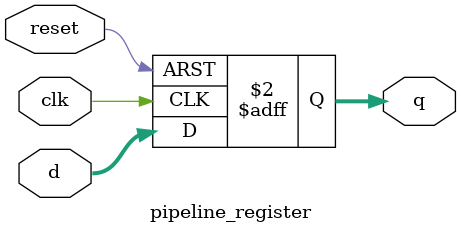
<source format=v>


module pipeline_register
#(
    parameter WIDTH = 32 // Default register width is 32
)
(
    input wire clk,            // Clock signal
    input wire reset,          // Reset signal
    input wire [WIDTH-1:0] d,  // Input data
    output reg [WIDTH-1:0] q   // Output data
);

    always @(posedge clk or posedge reset) begin
        if (reset) begin
            q <= 0;
        end else begin
            q <= d;
        end
    end

endmodule

</source>
